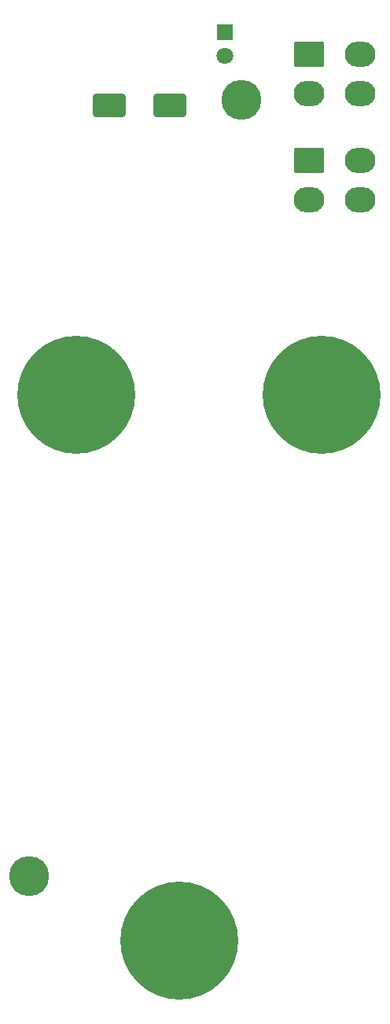
<source format=gbr>
%TF.GenerationSoftware,KiCad,Pcbnew,(6.0.9)*%
%TF.CreationDate,2022-12-16T21:57:32-09:00*%
%TF.ProjectId,PCB_ APU PANEL,5043422c-2041-4505-9520-50414e454c2e,rev?*%
%TF.SameCoordinates,Original*%
%TF.FileFunction,Soldermask,Bot*%
%TF.FilePolarity,Negative*%
%FSLAX46Y46*%
G04 Gerber Fmt 4.6, Leading zero omitted, Abs format (unit mm)*
G04 Created by KiCad (PCBNEW (6.0.9)) date 2022-12-16 21:57:32*
%MOMM*%
%LPD*%
G01*
G04 APERTURE LIST*
G04 Aperture macros list*
%AMRoundRect*
0 Rectangle with rounded corners*
0 $1 Rounding radius*
0 $2 $3 $4 $5 $6 $7 $8 $9 X,Y pos of 4 corners*
0 Add a 4 corners polygon primitive as box body*
4,1,4,$2,$3,$4,$5,$6,$7,$8,$9,$2,$3,0*
0 Add four circle primitives for the rounded corners*
1,1,$1+$1,$2,$3*
1,1,$1+$1,$4,$5*
1,1,$1+$1,$6,$7*
1,1,$1+$1,$8,$9*
0 Add four rect primitives between the rounded corners*
20,1,$1+$1,$2,$3,$4,$5,0*
20,1,$1+$1,$4,$5,$6,$7,0*
20,1,$1+$1,$6,$7,$8,$9,0*
20,1,$1+$1,$8,$9,$2,$3,0*%
G04 Aperture macros list end*
%ADD10RoundRect,0.250001X-1.399999X1.099999X-1.399999X-1.099999X1.399999X-1.099999X1.399999X1.099999X0*%
%ADD11O,3.300000X2.700000*%
%ADD12C,12.700000*%
%ADD13C,4.300000*%
%ADD14RoundRect,0.250000X1.500000X1.000000X-1.500000X1.000000X-1.500000X-1.000000X1.500000X-1.000000X0*%
%ADD15R,1.800000X1.800000*%
%ADD16C,1.800000*%
G04 APERTURE END LIST*
D10*
%TO.C,J1*%
X105039160Y-59227720D03*
D11*
X105039160Y-63427720D03*
X110539160Y-59227720D03*
X110539160Y-63427720D03*
%TD*%
D12*
%TO.C,REF\u002A\u002A*%
X80010000Y-95885001D03*
%TD*%
%TO.C,2*%
X106425999Y-95885001D03*
%TD*%
D13*
%TO.C,4*%
X97789999Y-64135001D03*
%TD*%
%TO.C,5*%
X74929999Y-147701001D03*
%TD*%
D12*
%TO.C,3*%
X91122500Y-154622501D03*
%TD*%
D10*
%TO.C,J2*%
X105039160Y-70670420D03*
D11*
X105039160Y-74870420D03*
X110539160Y-70670420D03*
X110539160Y-74870420D03*
%TD*%
D14*
%TO.C,C1*%
X90040460Y-64673480D03*
X83540460Y-64673480D03*
%TD*%
D15*
%TO.C,D21*%
X95999300Y-56855360D03*
D16*
X95999300Y-59395360D03*
%TD*%
M02*

</source>
